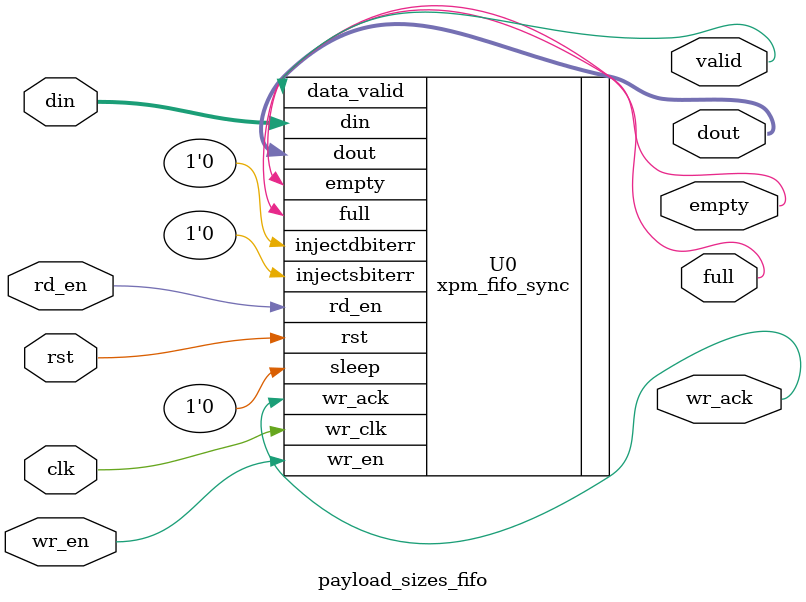
<source format=sv>
/*
	This Source Code Form is subject to the terms of the Mozilla Public
	License, v. 2.0. If a copy of the MPL was not distributed with this
	file, You can obtain one at https://mozilla.org/MPL/2.0/.
*/

module payload_sizes_fifo
(
	input logic clk,
	input logic rst,

	output logic wr_ack,
	output logic valid,

	output logic full,
	input logic [15:0] din,
	input logic wr_en,

	output logic empty,
	output logic [15:0] dout,
	input logic rd_en
);
	xpm_fifo_sync
	#(
		.DOUT_RESET_VALUE("0"),
		.ECC_MODE("no_ecc"),
		.FIFO_MEMORY_TYPE("block"),
		.FIFO_READ_LATENCY(1),
		.FIFO_WRITE_DEPTH(2048),
		.FULL_RESET_VALUE(0),
		.PROG_EMPTY_THRESH(10),
		.PROG_FULL_THRESH(10),
		.RD_DATA_COUNT_WIDTH(1),
		.READ_DATA_WIDTH(16),
		.READ_MODE("std"),
		.USE_ADV_FEATURES("1010"),
		.WAKEUP_TIME(0),
		.WRITE_DATA_WIDTH(16),
		.WR_DATA_COUNT_WIDTH(1)
	)
	U0
	(
		.wr_clk(clk),
		.rst(rst),

		.wr_ack(wr_ack),
		.data_valid(valid),

		.full(full),
		.din(din),
		.wr_en(wr_en),

		.empty(empty),
		.dout(dout),
		.rd_en(rd_en),

		.injectdbiterr(1'b0),
		.injectsbiterr(1'b0),
		.sleep(1'b0)
	);
endmodule

</source>
